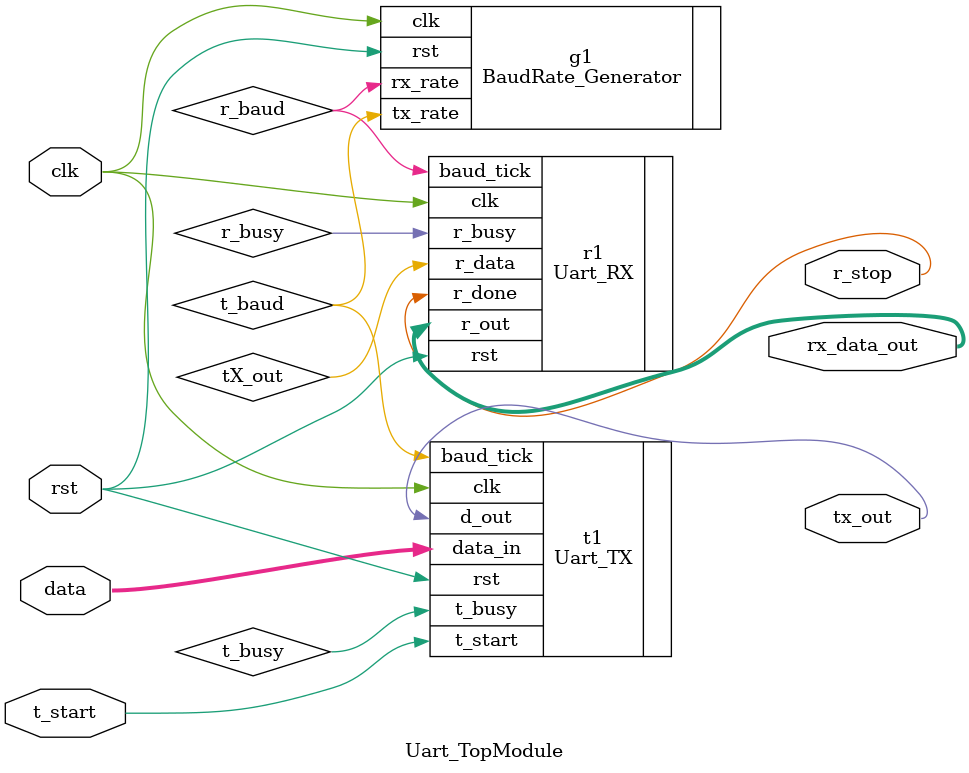
<source format=v>
module Uart_TopModule #(
    parameter clk_rate = 50000000,
    parameter baud_rate = 9600
)(
    input clk,
    input rst,
    input [7:0] data,
    input t_start,
    output wire tx_out,
    output wire [7:0] rx_data_out,
    output wire r_stop
); // input rx_data is not used as we are using a loopback from tx to rx for testing

    wire t_baud, r_baud;
    wire t_busy, r_busy;

    BaudRate_Generator #(
        .clk_rate(clk_rate),
        .baud_rate(baud_rate)
    ) g1 (
        .clk(clk),
        .rst(rst),
        .tx_rate(t_baud),
        .rx_rate(r_baud)
    );

    Uart_TX t1(
        .clk(clk),
        .rst(rst),
        .data_in(data),
        .t_start(t_start),
        .baud_tick(t_baud),
        .d_out(tx_out),
        .t_busy(t_busy)
    );

    Uart_RX r1(
        .clk(clk),
        .rst(rst),
        .r_data(tX_out),
        .baud_tick(r_baud),
        .r_out(rx_data_out),
        .r_busy(r_busy),
        .r_done(r_stop)
    );

endmodule



</source>
